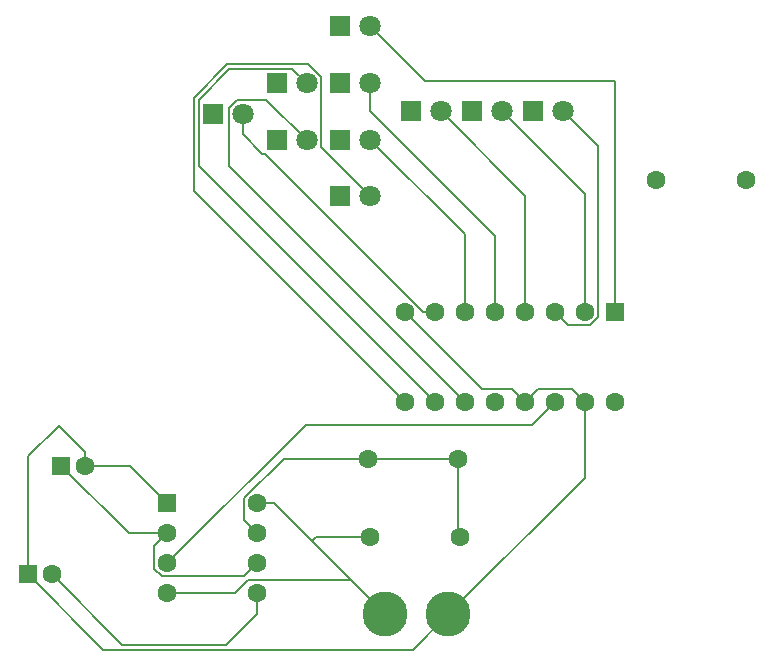
<source format=gbr>
%TF.GenerationSoftware,KiCad,Pcbnew,9.0.2*%
%TF.CreationDate,2026-01-22T14:34:09+05:30*%
%TF.ProjectId,led,6c65642e-6b69-4636-9164-5f7063625858,rev?*%
%TF.SameCoordinates,Original*%
%TF.FileFunction,Copper,L1,Top*%
%TF.FilePolarity,Positive*%
%FSLAX46Y46*%
G04 Gerber Fmt 4.6, Leading zero omitted, Abs format (unit mm)*
G04 Created by KiCad (PCBNEW 9.0.2) date 2026-01-22 14:34:09*
%MOMM*%
%LPD*%
G01*
G04 APERTURE LIST*
G04 Aperture macros list*
%AMRoundRect*
0 Rectangle with rounded corners*
0 $1 Rounding radius*
0 $2 $3 $4 $5 $6 $7 $8 $9 X,Y pos of 4 corners*
0 Add a 4 corners polygon primitive as box body*
4,1,4,$2,$3,$4,$5,$6,$7,$8,$9,$2,$3,0*
0 Add four circle primitives for the rounded corners*
1,1,$1+$1,$2,$3*
1,1,$1+$1,$4,$5*
1,1,$1+$1,$6,$7*
1,1,$1+$1,$8,$9*
0 Add four rect primitives between the rounded corners*
20,1,$1+$1,$2,$3,$4,$5,0*
20,1,$1+$1,$4,$5,$6,$7,0*
20,1,$1+$1,$6,$7,$8,$9,0*
20,1,$1+$1,$8,$9,$2,$3,0*%
G04 Aperture macros list end*
%TA.AperFunction,ComponentPad*%
%ADD10C,1.800000*%
%TD*%
%TA.AperFunction,ComponentPad*%
%ADD11R,1.800000X1.800000*%
%TD*%
%TA.AperFunction,ComponentPad*%
%ADD12RoundRect,0.250000X-0.550000X0.550000X-0.550000X-0.550000X0.550000X-0.550000X0.550000X0.550000X0*%
%TD*%
%TA.AperFunction,ComponentPad*%
%ADD13C,1.600000*%
%TD*%
%TA.AperFunction,ComponentPad*%
%ADD14RoundRect,0.250000X-0.550000X-0.550000X0.550000X-0.550000X0.550000X0.550000X-0.550000X0.550000X0*%
%TD*%
%TA.AperFunction,ComponentPad*%
%ADD15C,3.800000*%
%TD*%
%TA.AperFunction,Conductor*%
%ADD16C,0.200000*%
%TD*%
G04 APERTURE END LIST*
D10*
%TO.P,D1,2,A*%
%TO.N,Net-(D1-A)*%
X111940000Y-122800000D03*
D11*
%TO.P,D1,1,K*%
%TO.N,Net-(D1-K)*%
X109400000Y-122800000D03*
%TD*%
%TO.P,D2,1,K*%
%TO.N,Net-(D1-K)*%
X104200000Y-122800000D03*
D10*
%TO.P,D2,2,A*%
%TO.N,Net-(D2-A)*%
X106740000Y-122800000D03*
%TD*%
D11*
%TO.P,D3,1,K*%
%TO.N,Net-(D1-K)*%
X99000000Y-122800000D03*
D10*
%TO.P,D3,2,A*%
%TO.N,Net-(D3-A)*%
X101540000Y-122800000D03*
%TD*%
D11*
%TO.P,D4,1,K*%
%TO.N,Net-(D1-K)*%
X82260000Y-123000000D03*
D10*
%TO.P,D4,2,A*%
%TO.N,Net-(D4-A)*%
X84800000Y-123000000D03*
%TD*%
D11*
%TO.P,D5,1,K*%
%TO.N,Net-(D1-K)*%
X87660000Y-120400000D03*
D10*
%TO.P,D5,2,A*%
%TO.N,Net-(D5-A)*%
X90200000Y-120400000D03*
%TD*%
D12*
%TO.P,U2,1,Q5*%
%TO.N,Net-(D6-A)*%
X116290000Y-139795000D03*
D13*
%TO.P,U2,2,Q1*%
%TO.N,Net-(D2-A)*%
X113750000Y-139795000D03*
%TO.P,U2,3,Q0*%
%TO.N,Net-(D1-A)*%
X111210000Y-139795000D03*
%TO.P,U2,4,Q2*%
%TO.N,Net-(D3-A)*%
X108670000Y-139795000D03*
%TO.P,U2,5,Q6*%
%TO.N,Net-(D7-A)*%
X106130000Y-139795000D03*
%TO.P,U2,6,Q7*%
%TO.N,Net-(D8-A)*%
X103590000Y-139795000D03*
%TO.P,U2,7,Q3*%
%TO.N,Net-(D4-A)*%
X101050000Y-139795000D03*
%TO.P,U2,8,VSS*%
%TO.N,GND*%
X98510000Y-139795000D03*
%TO.P,U2,9,Q8*%
%TO.N,Net-(D9-A)*%
X98510000Y-147415000D03*
%TO.P,U2,10,Q4*%
%TO.N,Net-(D5-A)*%
X101050000Y-147415000D03*
%TO.P,U2,11,Q9*%
%TO.N,Net-(D10-A)*%
X103590000Y-147415000D03*
%TO.P,U2,12,Cout*%
%TO.N,unconnected-(U2-Cout-Pad12)*%
X106130000Y-147415000D03*
%TO.P,U2,13,CKEN*%
%TO.N,GND*%
X108670000Y-147415000D03*
%TO.P,U2,14,CLK*%
%TO.N,OUT*%
X111210000Y-147415000D03*
%TO.P,U2,15,Reset*%
%TO.N,GND*%
X113750000Y-147415000D03*
%TO.P,U2,16,VDD*%
%TO.N,+5V*%
X116290000Y-147415000D03*
%TD*%
D14*
%TO.P,U1,1,GND*%
%TO.N,GND*%
X78395000Y-155990000D03*
D13*
%TO.P,U1,2,TR*%
%TO.N,TR*%
X78395000Y-158530000D03*
%TO.P,U1,3,Q*%
%TO.N,OUT*%
X78395000Y-161070000D03*
%TO.P,U1,4,R*%
%TO.N,+5V*%
X78395000Y-163610000D03*
%TO.P,U1,5,CV*%
%TO.N,Net-(U1-CV)*%
X86015000Y-163610000D03*
%TO.P,U1,6,THR*%
%TO.N,TR*%
X86015000Y-161070000D03*
%TO.P,U1,7,DIS*%
%TO.N,Net-(U1-DIS)*%
X86015000Y-158530000D03*
%TO.P,U1,8,VCC*%
%TO.N,+5V*%
X86015000Y-155990000D03*
%TD*%
%TO.P,RV1,1,1*%
%TO.N,Net-(U1-DIS)*%
X95400000Y-152200000D03*
%TO.P,RV1,2,2*%
X103020000Y-152200000D03*
%TD*%
%TO.P,R2,1*%
%TO.N,Net-(D1-K)*%
X119780000Y-128600000D03*
%TO.P,R2,2*%
%TO.N,GND*%
X127400000Y-128600000D03*
%TD*%
%TO.P,R1,1*%
%TO.N,+5V*%
X95590000Y-158800000D03*
%TO.P,R1,2*%
%TO.N,Net-(U1-DIS)*%
X103210000Y-158800000D03*
%TD*%
D15*
%TO.P,H2,1,1*%
%TO.N,+5V*%
X96850000Y-165400000D03*
%TD*%
%TO.P,H1,1,1*%
%TO.N,GND*%
X102200000Y-165400000D03*
%TD*%
D11*
%TO.P,D10,1,K*%
%TO.N,Net-(D1-K)*%
X87660000Y-125200000D03*
D10*
%TO.P,D10,2,A*%
%TO.N,Net-(D10-A)*%
X90200000Y-125200000D03*
%TD*%
D11*
%TO.P,D9,1,K*%
%TO.N,Net-(D1-K)*%
X93060000Y-130000000D03*
D10*
%TO.P,D9,2,A*%
%TO.N,Net-(D9-A)*%
X95600000Y-130000000D03*
%TD*%
D11*
%TO.P,D8,1,K*%
%TO.N,Net-(D1-K)*%
X93060000Y-125200000D03*
D10*
%TO.P,D8,2,A*%
%TO.N,Net-(D8-A)*%
X95600000Y-125200000D03*
%TD*%
D11*
%TO.P,D7,1,K*%
%TO.N,Net-(D1-K)*%
X93060000Y-120400000D03*
D10*
%TO.P,D7,2,A*%
%TO.N,Net-(D7-A)*%
X95600000Y-120400000D03*
%TD*%
D11*
%TO.P,D6,1,K*%
%TO.N,Net-(D1-K)*%
X93060000Y-115600000D03*
D10*
%TO.P,D6,2,A*%
%TO.N,Net-(D6-A)*%
X95600000Y-115600000D03*
%TD*%
D14*
%TO.P,C2,1*%
%TO.N,TR*%
X69444888Y-152800000D03*
D13*
%TO.P,C2,2*%
%TO.N,GND*%
X71444888Y-152800000D03*
%TD*%
D14*
%TO.P,C1,1*%
%TO.N,GND*%
X66600000Y-162000000D03*
D13*
%TO.P,C1,2*%
%TO.N,Net-(U1-CV)*%
X68600000Y-162000000D03*
%TD*%
D16*
%TO.N,Net-(D6-A)*%
X116290000Y-120200000D02*
X100200000Y-120200000D01*
X100200000Y-120200000D02*
X95600000Y-115600000D01*
%TO.N,Net-(D9-A)*%
X80658000Y-121632900D02*
X80658000Y-129563000D01*
X80658000Y-129563000D02*
X98510000Y-147415000D01*
X83492900Y-118798000D02*
X80658000Y-121632900D01*
X91401000Y-119902529D02*
X90296471Y-118798000D01*
X90296471Y-118798000D02*
X83492900Y-118798000D01*
X91401000Y-125801000D02*
X91401000Y-119902529D01*
X95600000Y-130000000D02*
X91401000Y-125801000D01*
%TO.N,Net-(D7-A)*%
X106130000Y-133332000D02*
X106130000Y-139795000D01*
X95600000Y-122802000D02*
X106130000Y-133332000D01*
X95600000Y-120400000D02*
X95600000Y-122802000D01*
%TO.N,Net-(D5-A)*%
X81059000Y-121799000D02*
X81059000Y-127424000D01*
X83659000Y-119199000D02*
X81059000Y-121799000D01*
X88999000Y-119199000D02*
X83659000Y-119199000D01*
X90200000Y-120400000D02*
X88999000Y-119199000D01*
X81059000Y-127424000D02*
X101050000Y-147415000D01*
%TO.N,Net-(D10-A)*%
X83599000Y-127424000D02*
X103590000Y-147415000D01*
X83599000Y-122502529D02*
X83599000Y-127424000D01*
X84302529Y-121799000D02*
X83599000Y-122502529D01*
X86799000Y-121799000D02*
X84302529Y-121799000D01*
X90200000Y-125200000D02*
X86799000Y-121799000D01*
%TO.N,Net-(D4-A)*%
X84800000Y-124742000D02*
X84800000Y-123000000D01*
X86459000Y-126401000D02*
X84800000Y-124742000D01*
X86673050Y-126401000D02*
X86459000Y-126401000D01*
X100067050Y-139795000D02*
X86673050Y-126401000D01*
X101050000Y-139795000D02*
X100067050Y-139795000D01*
%TO.N,Net-(D8-A)*%
X103590000Y-133190000D02*
X95600000Y-125200000D01*
X103590000Y-139795000D02*
X103590000Y-133190000D01*
%TO.N,Net-(D3-A)*%
X108670000Y-129930000D02*
X101540000Y-122800000D01*
X108670000Y-139795000D02*
X108670000Y-129930000D01*
%TO.N,Net-(D1-A)*%
X114851000Y-125711000D02*
X111940000Y-122800000D01*
X114206050Y-140896000D02*
X114851000Y-140251050D01*
X114851000Y-140251050D02*
X114851000Y-125711000D01*
X112311000Y-140896000D02*
X114206050Y-140896000D01*
X111210000Y-139795000D02*
X112311000Y-140896000D01*
%TO.N,Net-(D2-A)*%
X113750000Y-129810000D02*
X106740000Y-122800000D01*
X113750000Y-139795000D02*
X113750000Y-129810000D01*
%TO.N,Net-(D6-A)*%
X116290000Y-139795000D02*
X116290000Y-120200000D01*
%TO.N,GND*%
X73001000Y-168401000D02*
X66600000Y-162000000D01*
X99199000Y-168401000D02*
X73001000Y-168401000D01*
X102200000Y-165400000D02*
X99199000Y-168401000D01*
X113750000Y-153850000D02*
X113750000Y-147415000D01*
X102200000Y-165400000D02*
X113750000Y-153850000D01*
%TO.N,Net-(U1-DIS)*%
X84914000Y-157429000D02*
X86015000Y-158530000D01*
X88247950Y-152200000D02*
X84914000Y-155533950D01*
X84914000Y-155533950D02*
X84914000Y-157429000D01*
X95400000Y-152200000D02*
X88247950Y-152200000D01*
%TO.N,+5V*%
X91000000Y-158800000D02*
X90625000Y-159175000D01*
X95590000Y-158800000D02*
X91000000Y-158800000D01*
X90625000Y-159175000D02*
X96850000Y-165400000D01*
X93959000Y-162509000D02*
X96850000Y-165400000D01*
X85220950Y-162509000D02*
X93959000Y-162509000D01*
X84119950Y-163610000D02*
X85220950Y-162509000D01*
X78395000Y-163610000D02*
X84119950Y-163610000D01*
%TO.N,TR*%
X77294000Y-161526050D02*
X77294000Y-159631000D01*
X77938950Y-162171000D02*
X77294000Y-161526050D01*
X77294000Y-159631000D02*
X78395000Y-158530000D01*
X84914000Y-162171000D02*
X77938950Y-162171000D01*
X86015000Y-161070000D02*
X84914000Y-162171000D01*
%TO.N,Net-(U1-DIS)*%
X103020000Y-152200000D02*
X95400000Y-152200000D01*
X103020000Y-158610000D02*
X103210000Y-158800000D01*
X103020000Y-152200000D02*
X103020000Y-158610000D01*
%TO.N,GND*%
X69200000Y-149400000D02*
X71444888Y-151644888D01*
X66600000Y-152000000D02*
X69200000Y-149400000D01*
X71444888Y-151644888D02*
X71444888Y-152800000D01*
X66600000Y-162000000D02*
X66600000Y-152000000D01*
%TO.N,Net-(U1-CV)*%
X86015000Y-165385000D02*
X86015000Y-163610000D01*
X83400000Y-168000000D02*
X86015000Y-165385000D01*
X74600000Y-168000000D02*
X83400000Y-168000000D01*
X68600000Y-162000000D02*
X74600000Y-168000000D01*
%TO.N,TR*%
X69444888Y-152800000D02*
X75174888Y-158530000D01*
X75174888Y-158530000D02*
X78395000Y-158530000D01*
%TO.N,GND*%
X75205000Y-152800000D02*
X78395000Y-155990000D01*
X71444888Y-152800000D02*
X75205000Y-152800000D01*
X107569000Y-146314000D02*
X105029000Y-146314000D01*
X108670000Y-147415000D02*
X107569000Y-146314000D01*
X105029000Y-146314000D02*
X98510000Y-139795000D01*
X112649000Y-146314000D02*
X113750000Y-147415000D01*
X109771000Y-146314000D02*
X112649000Y-146314000D01*
X108670000Y-147415000D02*
X109771000Y-146314000D01*
%TO.N,OUT*%
X90137950Y-149327050D02*
X78395000Y-161070000D01*
X109297950Y-149327050D02*
X90137950Y-149327050D01*
X111210000Y-147415000D02*
X109297950Y-149327050D01*
%TO.N,+5V*%
X87440000Y-155990000D02*
X90625000Y-159175000D01*
X86015000Y-155990000D02*
X87440000Y-155990000D01*
%TD*%
M02*

</source>
